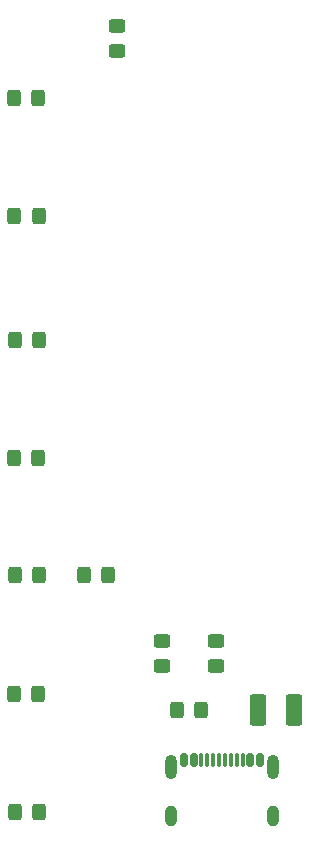
<source format=gbr>
%TF.GenerationSoftware,KiCad,Pcbnew,8.0.3*%
%TF.CreationDate,2024-07-18T19:56:29+02:00*%
%TF.ProjectId,7Analyzer,37416e61-6c79-47a6-9572-2e6b69636164,rev?*%
%TF.SameCoordinates,Original*%
%TF.FileFunction,Paste,Top*%
%TF.FilePolarity,Positive*%
%FSLAX46Y46*%
G04 Gerber Fmt 4.6, Leading zero omitted, Abs format (unit mm)*
G04 Created by KiCad (PCBNEW 8.0.3) date 2024-07-18 19:56:29*
%MOMM*%
%LPD*%
G01*
G04 APERTURE LIST*
G04 Aperture macros list*
%AMRoundRect*
0 Rectangle with rounded corners*
0 $1 Rounding radius*
0 $2 $3 $4 $5 $6 $7 $8 $9 X,Y pos of 4 corners*
0 Add a 4 corners polygon primitive as box body*
4,1,4,$2,$3,$4,$5,$6,$7,$8,$9,$2,$3,0*
0 Add four circle primitives for the rounded corners*
1,1,$1+$1,$2,$3*
1,1,$1+$1,$4,$5*
1,1,$1+$1,$6,$7*
1,1,$1+$1,$8,$9*
0 Add four rect primitives between the rounded corners*
20,1,$1+$1,$2,$3,$4,$5,0*
20,1,$1+$1,$4,$5,$6,$7,0*
20,1,$1+$1,$6,$7,$8,$9,0*
20,1,$1+$1,$8,$9,$2,$3,0*%
G04 Aperture macros list end*
%ADD10RoundRect,0.250000X-0.325000X-0.450000X0.325000X-0.450000X0.325000X0.450000X-0.325000X0.450000X0*%
%ADD11RoundRect,0.250000X-0.450000X0.325000X-0.450000X-0.325000X0.450000X-0.325000X0.450000X0.325000X0*%
%ADD12RoundRect,0.250001X-0.462499X-1.074999X0.462499X-1.074999X0.462499X1.074999X-0.462499X1.074999X0*%
%ADD13RoundRect,0.250000X0.325000X0.450000X-0.325000X0.450000X-0.325000X-0.450000X0.325000X-0.450000X0*%
%ADD14O,1.000000X1.800000*%
%ADD15O,1.000000X2.100000*%
%ADD16RoundRect,0.150000X-0.150000X-0.425000X0.150000X-0.425000X0.150000X0.425000X-0.150000X0.425000X0*%
%ADD17RoundRect,0.075000X-0.075000X-0.500000X0.075000X-0.500000X0.075000X0.500000X-0.075000X0.500000X0*%
G04 APERTURE END LIST*
D10*
%TO.C,C11*%
X24375000Y-60960000D03*
X26425000Y-60960000D03*
%TD*%
D11*
%TO.C,C2*%
X35560000Y-66539000D03*
X35560000Y-68589000D03*
%TD*%
D12*
%TO.C,F1*%
X39152500Y-72390000D03*
X42127500Y-72390000D03*
%TD*%
D13*
%TO.C,C7*%
X20525000Y-51000000D03*
X18475000Y-51000000D03*
%TD*%
D11*
%TO.C,C12*%
X27178000Y-14469000D03*
X27178000Y-16519000D03*
%TD*%
D10*
%TO.C,L1*%
X32249000Y-72390000D03*
X34299000Y-72390000D03*
%TD*%
D13*
%TO.C,C8*%
X20583000Y-60960000D03*
X18533000Y-60960000D03*
%TD*%
%TO.C,C9*%
X20525000Y-71000000D03*
X18475000Y-71000000D03*
%TD*%
%TO.C,C6*%
X20583000Y-41000000D03*
X18533000Y-41000000D03*
%TD*%
D11*
%TO.C,C3*%
X30988000Y-66539000D03*
X30988000Y-68589000D03*
%TD*%
D13*
%TO.C,C5*%
X20550000Y-30500000D03*
X18500000Y-30500000D03*
%TD*%
%TO.C,C10*%
X20583000Y-81026000D03*
X18533000Y-81026000D03*
%TD*%
D14*
%TO.C,P1*%
X40388000Y-81339000D03*
D15*
X40388000Y-77159000D03*
D14*
X31748000Y-81339000D03*
D15*
X31748000Y-77159000D03*
D16*
X32868000Y-76584000D03*
X33668000Y-76584000D03*
D17*
X34318000Y-76584000D03*
X35318000Y-76584000D03*
X36818000Y-76584000D03*
X37818000Y-76584000D03*
D16*
X38468000Y-76584000D03*
X39268000Y-76584000D03*
X39268000Y-76584000D03*
X38468000Y-76584000D03*
D17*
X37318000Y-76584000D03*
X36318000Y-76584000D03*
X35818000Y-76584000D03*
X34818000Y-76584000D03*
D16*
X33668000Y-76584000D03*
X32868000Y-76584000D03*
%TD*%
D13*
%TO.C,C4*%
X18475000Y-20500000D03*
X20525000Y-20500000D03*
%TD*%
M02*

</source>
